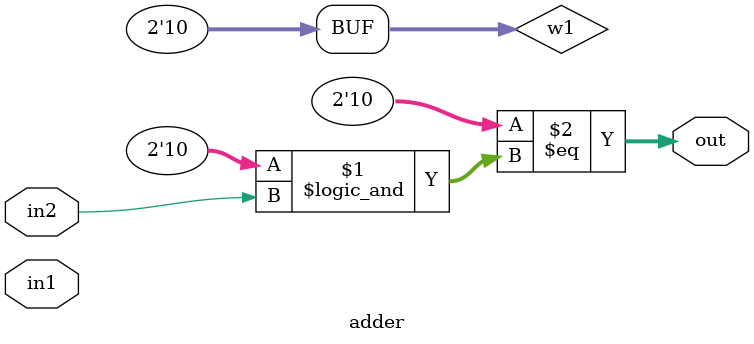
<source format=v>
module adder(out, in1, in2);
	input in1, in2;
	output [1:0] out; 
	wire [1:0]w1;
	assign w1 = 2'b10; 
//	assign out = 2'b10 == w1 && in2;
	assign out = (2'b10 == (w1 && in2));
// Dump waves
initial begin
    $dumpfile("dump1.vcd");
   	$dumpvars(1, adder);
end
endmodule

</source>
